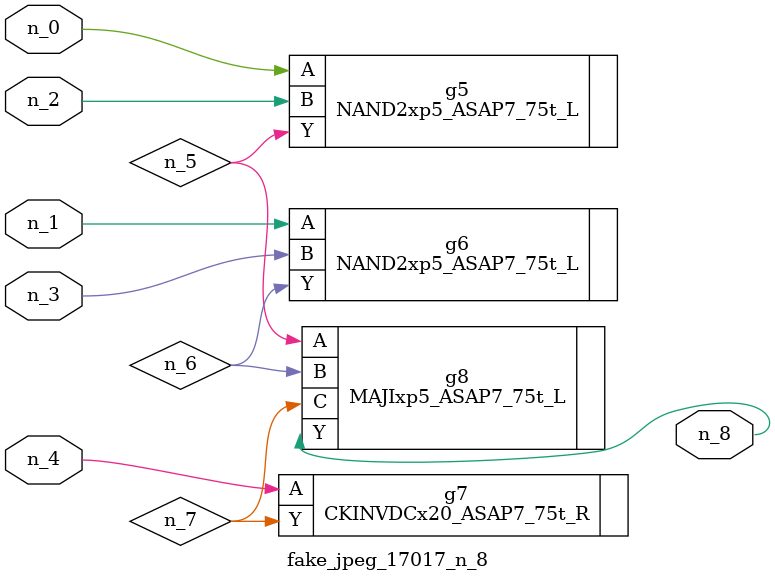
<source format=v>
module fake_jpeg_17017_n_8 (n_3, n_2, n_1, n_0, n_4, n_8);

input n_3;
input n_2;
input n_1;
input n_0;
input n_4;

output n_8;

wire n_6;
wire n_5;
wire n_7;

NAND2xp5_ASAP7_75t_L g5 ( 
.A(n_0),
.B(n_2),
.Y(n_5)
);

NAND2xp5_ASAP7_75t_L g6 ( 
.A(n_1),
.B(n_3),
.Y(n_6)
);

CKINVDCx20_ASAP7_75t_R g7 ( 
.A(n_4),
.Y(n_7)
);

MAJIxp5_ASAP7_75t_L g8 ( 
.A(n_5),
.B(n_6),
.C(n_7),
.Y(n_8)
);


endmodule
</source>
